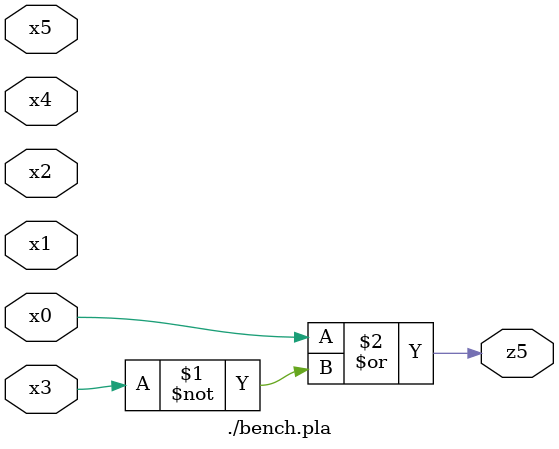
<source format=v>

module \./bench.pla  ( 
    x0, x1, x2, x3, x4, x5,
    z5  );
  input  x0, x1, x2, x3, x4, x5;
  output z5;
  assign z5 = x0 | ~x3;
endmodule



</source>
